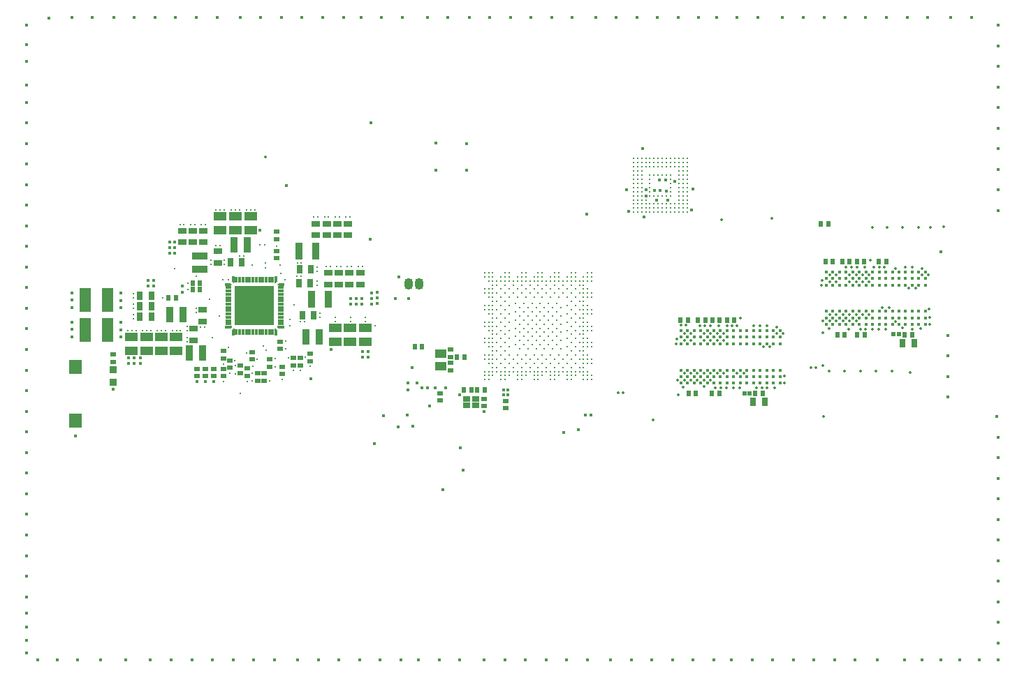
<source format=gts>
G04*
G04 #@! TF.GenerationSoftware,Altium Limited,Altium Designer,24.0.1 (36)*
G04*
G04 Layer_Color=10964583*
%FSLAX43Y43*%
%MOMM*%
G71*
G04*
G04 #@! TF.SameCoordinates,62AF21CF-6A65-4154-AE07-A74382C3AF13*
G04*
G04*
G04 #@! TF.FilePolarity,Negative*
G04*
G01*
G75*
%ADD14C,0.450*%
%ADD15R,0.610X0.660*%
%ADD16R,0.740X0.990*%
%ADD17R,0.500X0.600*%
%ADD18C,0.330*%
%ADD19R,1.600X1.700*%
%ADD20R,0.900X0.900*%
%ADD21R,0.900X0.900*%
%ADD22R,0.900X2.100*%
%ADD23R,0.900X1.900*%
%ADD24R,0.800X0.310*%
%ADD25R,0.310X0.800*%
%ADD26R,4.800X4.800*%
%ADD27R,0.650X0.310*%
%ADD28R,0.310X0.650*%
%ADD29R,1.350X1.100*%
%ADD30R,0.825X0.675*%
%ADD31R,1.450X2.900*%
%ADD32R,0.990X0.740*%
%ADD33R,0.800X0.610*%
%ADD34R,0.660X0.610*%
%ADD35R,1.500X1.000*%
%ADD36R,0.450X0.450*%
%ADD37R,1.900X0.900*%
%ADD38R,0.610X0.800*%
%ADD39O,1.100X1.400*%
%ADD40C,0.350*%
%ADD41C,0.300*%
G36*
X25690Y41354D02*
X25699Y41351D01*
X25708Y41347D01*
X25716Y41341D01*
X25722Y41333D01*
X25726Y41324D01*
X25729Y41315D01*
X25730Y41305D01*
Y41245D01*
X25730Y41245D01*
X25730Y41240D01*
X25729Y41235D01*
X25727Y41228D01*
X25726Y41226D01*
X25722Y41217D01*
X25716Y41209D01*
X25566Y41059D01*
X25566Y41059D01*
X25562Y41057D01*
X25558Y41053D01*
X25549Y41049D01*
X25540Y41046D01*
X25530Y41045D01*
X25520Y41046D01*
X25511Y41049D01*
X25502Y41053D01*
X25494Y41059D01*
X25488Y41067D01*
X25484Y41076D01*
X25481Y41085D01*
X25480Y41095D01*
X25480Y41095D01*
Y41305D01*
X25481Y41315D01*
X25484Y41324D01*
X25488Y41333D01*
X25494Y41341D01*
X25502Y41347D01*
X25511Y41351D01*
X25520Y41354D01*
X25530Y41355D01*
X25680D01*
X25690Y41354D01*
D02*
G37*
G36*
X25945Y41030D02*
X26005D01*
X26015Y41029D01*
X26024Y41026D01*
X26033Y41022D01*
X26041Y41016D01*
X26047Y41008D01*
X26051Y40999D01*
X26054Y40990D01*
X26055Y40980D01*
Y40830D01*
X26054Y40820D01*
X26051Y40811D01*
X26047Y40802D01*
X26041Y40794D01*
X26033Y40788D01*
X26024Y40784D01*
X26015Y40781D01*
X26005Y40780D01*
X25795D01*
X25795Y40780D01*
X25785Y40781D01*
X25776Y40784D01*
X25767Y40788D01*
X25759Y40794D01*
X25753Y40802D01*
X25749Y40811D01*
X25746Y40820D01*
X25745Y40830D01*
X25746Y40840D01*
X25749Y40849D01*
X25753Y40858D01*
X25757Y40862D01*
X25759Y40866D01*
X25759Y40866D01*
X25909Y41016D01*
X25917Y41022D01*
X25926Y41026D01*
X25928Y41027D01*
X25935Y41029D01*
X25940Y41030D01*
X25945Y41030D01*
X25945Y41030D01*
D02*
G37*
G36*
X25540Y46554D02*
X25549Y46551D01*
X25558Y46547D01*
X25562Y46543D01*
X25566Y46541D01*
X25566Y46541D01*
X25716Y46391D01*
X25722Y46383D01*
X25726Y46374D01*
X25727Y46372D01*
X25729Y46365D01*
X25730Y46360D01*
X25730Y46355D01*
X25730Y46355D01*
Y46295D01*
X25729Y46285D01*
X25726Y46276D01*
X25722Y46267D01*
X25716Y46259D01*
X25708Y46253D01*
X25699Y46249D01*
X25690Y46246D01*
X25680Y46245D01*
X25530D01*
X25520Y46246D01*
X25511Y46249D01*
X25502Y46253D01*
X25494Y46259D01*
X25488Y46267D01*
X25484Y46276D01*
X25481Y46285D01*
X25480Y46295D01*
Y46505D01*
X25480Y46505D01*
X25481Y46515D01*
X25484Y46524D01*
X25488Y46533D01*
X25494Y46541D01*
X25502Y46547D01*
X25511Y46551D01*
X25520Y46554D01*
X25530Y46555D01*
X25540Y46554D01*
D02*
G37*
G36*
X25795Y46820D02*
X26005D01*
X26015Y46819D01*
X26024Y46816D01*
X26033Y46812D01*
X26041Y46806D01*
X26047Y46798D01*
X26051Y46789D01*
X26054Y46780D01*
X26055Y46770D01*
Y46620D01*
X26054Y46610D01*
X26051Y46601D01*
X26047Y46592D01*
X26041Y46584D01*
X26033Y46578D01*
X26024Y46574D01*
X26015Y46571D01*
X26005Y46570D01*
X25945D01*
X25945Y46570D01*
X25940Y46570D01*
X25935Y46571D01*
X25928Y46573D01*
X25926Y46574D01*
X25917Y46578D01*
X25909Y46584D01*
X25759Y46734D01*
X25759Y46734D01*
X25757Y46738D01*
X25753Y46742D01*
X25749Y46751D01*
X25746Y46760D01*
X25745Y46770D01*
X25746Y46780D01*
X25749Y46789D01*
X25753Y46798D01*
X25759Y46806D01*
X25767Y46812D01*
X25776Y46816D01*
X25785Y46819D01*
X25795Y46820D01*
X25795Y46820D01*
D02*
G37*
G36*
X31060Y41030D02*
X31065Y41029D01*
X31072Y41027D01*
X31074Y41026D01*
X31083Y41022D01*
X31091Y41016D01*
X31241Y40866D01*
X31241Y40866D01*
X31243Y40862D01*
X31247Y40858D01*
X31251Y40849D01*
X31254Y40840D01*
X31255Y40830D01*
X31254Y40820D01*
X31251Y40811D01*
X31247Y40802D01*
X31241Y40794D01*
X31233Y40788D01*
X31224Y40784D01*
X31215Y40781D01*
X31205Y40780D01*
X31205Y40780D01*
X30995D01*
X30985Y40781D01*
X30976Y40784D01*
X30967Y40788D01*
X30959Y40794D01*
X30953Y40802D01*
X30949Y40811D01*
X30946Y40820D01*
X30945Y40830D01*
Y40980D01*
X30946Y40990D01*
X30949Y40999D01*
X30953Y41008D01*
X30959Y41016D01*
X30967Y41022D01*
X30976Y41026D01*
X30985Y41029D01*
X30995Y41030D01*
X31055D01*
X31055Y41030D01*
X31060Y41030D01*
D02*
G37*
G36*
X31480Y41354D02*
X31489Y41351D01*
X31498Y41347D01*
X31506Y41341D01*
X31512Y41333D01*
X31516Y41324D01*
X31519Y41315D01*
X31520Y41305D01*
Y41095D01*
X31520Y41095D01*
X31519Y41085D01*
X31516Y41076D01*
X31512Y41067D01*
X31506Y41059D01*
X31498Y41053D01*
X31489Y41049D01*
X31480Y41046D01*
X31470Y41045D01*
X31460Y41046D01*
X31451Y41049D01*
X31442Y41053D01*
X31438Y41057D01*
X31434Y41059D01*
X31434Y41059D01*
X31284Y41209D01*
X31278Y41217D01*
X31274Y41226D01*
X31273Y41228D01*
X31271Y41235D01*
X31270Y41240D01*
X31270Y41245D01*
X31270Y41245D01*
Y41305D01*
X31271Y41315D01*
X31274Y41324D01*
X31278Y41333D01*
X31284Y41341D01*
X31292Y41347D01*
X31301Y41351D01*
X31310Y41354D01*
X31320Y41355D01*
X31470D01*
X31480Y41354D01*
D02*
G37*
G36*
X31215Y46819D02*
X31224Y46816D01*
X31233Y46812D01*
X31241Y46806D01*
X31247Y46798D01*
X31251Y46789D01*
X31254Y46780D01*
X31255Y46770D01*
X31254Y46760D01*
X31251Y46751D01*
X31247Y46742D01*
X31243Y46738D01*
X31241Y46734D01*
X31241Y46734D01*
X31091Y46584D01*
X31083Y46578D01*
X31074Y46574D01*
X31072Y46573D01*
X31065Y46571D01*
X31060Y46570D01*
X31055Y46570D01*
X31055Y46570D01*
X30995D01*
X30985Y46571D01*
X30976Y46574D01*
X30967Y46578D01*
X30959Y46584D01*
X30953Y46592D01*
X30949Y46601D01*
X30946Y46610D01*
X30945Y46620D01*
Y46770D01*
X30946Y46780D01*
X30949Y46789D01*
X30953Y46798D01*
X30959Y46806D01*
X30967Y46812D01*
X30976Y46816D01*
X30985Y46819D01*
X30995Y46820D01*
X31205D01*
X31205Y46820D01*
X31215Y46819D01*
D02*
G37*
G36*
X31480Y46554D02*
X31489Y46551D01*
X31498Y46547D01*
X31506Y46541D01*
X31512Y46533D01*
X31516Y46524D01*
X31519Y46515D01*
X31520Y46505D01*
X31520Y46505D01*
Y46295D01*
X31519Y46285D01*
X31516Y46276D01*
X31512Y46267D01*
X31506Y46259D01*
X31498Y46253D01*
X31489Y46249D01*
X31480Y46246D01*
X31470Y46245D01*
X31320D01*
X31310Y46246D01*
X31301Y46249D01*
X31292Y46253D01*
X31284Y46259D01*
X31278Y46267D01*
X31274Y46276D01*
X31271Y46285D01*
X31270Y46295D01*
Y46355D01*
X31270Y46355D01*
X31270Y46360D01*
X31271Y46365D01*
X31273Y46372D01*
X31274Y46374D01*
X31278Y46383D01*
X31284Y46391D01*
X31434Y46541D01*
X31434Y46541D01*
X31438Y46543D01*
X31442Y46547D01*
X31451Y46551D01*
X31460Y46554D01*
X31470Y46555D01*
X31480Y46554D01*
D02*
G37*
D14*
X92174Y40797D02*
D03*
Y39997D02*
D03*
Y39197D02*
D03*
Y35997D02*
D03*
Y35197D02*
D03*
Y34397D02*
D03*
X91374Y40797D02*
D03*
Y39997D02*
D03*
Y39197D02*
D03*
Y35997D02*
D03*
Y35197D02*
D03*
Y34397D02*
D03*
X90574Y40797D02*
D03*
Y39997D02*
D03*
Y39197D02*
D03*
Y35997D02*
D03*
Y35197D02*
D03*
Y34397D02*
D03*
X89774Y40797D02*
D03*
Y39997D02*
D03*
Y39197D02*
D03*
Y35997D02*
D03*
Y35197D02*
D03*
Y34397D02*
D03*
X88974Y40797D02*
D03*
Y39997D02*
D03*
Y39197D02*
D03*
Y35997D02*
D03*
Y35197D02*
D03*
Y34397D02*
D03*
X88174Y40797D02*
D03*
Y39997D02*
D03*
Y39197D02*
D03*
Y35997D02*
D03*
Y35197D02*
D03*
Y34397D02*
D03*
X87374Y40797D02*
D03*
Y39997D02*
D03*
Y39197D02*
D03*
Y35997D02*
D03*
Y35197D02*
D03*
Y34397D02*
D03*
X86574Y40797D02*
D03*
Y39997D02*
D03*
Y39197D02*
D03*
Y35997D02*
D03*
Y35197D02*
D03*
Y34397D02*
D03*
X85774Y40797D02*
D03*
Y39997D02*
D03*
Y39197D02*
D03*
Y35997D02*
D03*
Y35197D02*
D03*
Y34397D02*
D03*
X84974Y40797D02*
D03*
Y39997D02*
D03*
Y39197D02*
D03*
Y35997D02*
D03*
Y35197D02*
D03*
Y34397D02*
D03*
X84174Y40797D02*
D03*
Y39997D02*
D03*
Y39197D02*
D03*
Y35997D02*
D03*
Y35197D02*
D03*
Y34397D02*
D03*
X83374Y40797D02*
D03*
Y39997D02*
D03*
Y39197D02*
D03*
Y35997D02*
D03*
Y35197D02*
D03*
Y34397D02*
D03*
X82574Y40797D02*
D03*
Y39997D02*
D03*
Y39197D02*
D03*
Y35997D02*
D03*
Y35197D02*
D03*
Y34397D02*
D03*
X81774Y40797D02*
D03*
Y39997D02*
D03*
Y39197D02*
D03*
Y35997D02*
D03*
Y35197D02*
D03*
Y34397D02*
D03*
X80974Y40797D02*
D03*
Y39997D02*
D03*
Y39197D02*
D03*
Y35997D02*
D03*
Y35197D02*
D03*
Y34397D02*
D03*
X80174Y40797D02*
D03*
Y39997D02*
D03*
Y39197D02*
D03*
Y35997D02*
D03*
Y35197D02*
D03*
Y34397D02*
D03*
X109805Y47920D02*
D03*
Y47120D02*
D03*
Y46320D02*
D03*
Y43120D02*
D03*
Y42320D02*
D03*
Y41520D02*
D03*
X109005Y47920D02*
D03*
Y47120D02*
D03*
Y46320D02*
D03*
Y43120D02*
D03*
Y42320D02*
D03*
Y41520D02*
D03*
X108205Y47920D02*
D03*
Y47120D02*
D03*
Y46320D02*
D03*
Y43120D02*
D03*
Y42320D02*
D03*
Y41520D02*
D03*
X107405Y47920D02*
D03*
Y47120D02*
D03*
Y46320D02*
D03*
Y43120D02*
D03*
Y42320D02*
D03*
Y41520D02*
D03*
X106605Y47920D02*
D03*
Y47120D02*
D03*
Y46320D02*
D03*
Y43120D02*
D03*
Y42320D02*
D03*
Y41520D02*
D03*
X105805Y47920D02*
D03*
Y47120D02*
D03*
Y46320D02*
D03*
Y43120D02*
D03*
Y42320D02*
D03*
Y41520D02*
D03*
X105005Y47920D02*
D03*
Y47120D02*
D03*
Y46320D02*
D03*
Y43120D02*
D03*
Y42320D02*
D03*
Y41520D02*
D03*
X104205Y47920D02*
D03*
Y47120D02*
D03*
Y46320D02*
D03*
Y43120D02*
D03*
Y42320D02*
D03*
Y41520D02*
D03*
X103405Y47920D02*
D03*
Y47120D02*
D03*
Y46320D02*
D03*
Y43120D02*
D03*
Y42320D02*
D03*
Y41520D02*
D03*
X102605Y47920D02*
D03*
Y47120D02*
D03*
Y46320D02*
D03*
Y43120D02*
D03*
Y42320D02*
D03*
Y41520D02*
D03*
X101805Y47920D02*
D03*
Y47120D02*
D03*
Y46320D02*
D03*
Y43120D02*
D03*
Y42320D02*
D03*
Y41520D02*
D03*
X101005Y47920D02*
D03*
Y47120D02*
D03*
Y46320D02*
D03*
Y43120D02*
D03*
Y42320D02*
D03*
Y41520D02*
D03*
X100205Y47920D02*
D03*
Y47120D02*
D03*
Y46320D02*
D03*
Y43120D02*
D03*
Y42320D02*
D03*
Y41520D02*
D03*
X99405Y47920D02*
D03*
Y47120D02*
D03*
Y46320D02*
D03*
Y43120D02*
D03*
Y42320D02*
D03*
Y41520D02*
D03*
X98605Y47920D02*
D03*
Y47120D02*
D03*
Y46320D02*
D03*
Y43120D02*
D03*
Y42320D02*
D03*
Y41520D02*
D03*
X97805Y47920D02*
D03*
Y47120D02*
D03*
Y46320D02*
D03*
Y43120D02*
D03*
Y42320D02*
D03*
Y41520D02*
D03*
X112495Y37710D02*
D03*
Y35210D02*
D03*
X118428Y30350D02*
D03*
X112495Y32710D02*
D03*
Y40210D02*
D03*
X111715Y50340D02*
D03*
X2175Y830D02*
D03*
X4600D02*
D03*
X7050D02*
D03*
X9875D02*
D03*
X12900D02*
D03*
X15825D02*
D03*
X825Y1625D02*
D03*
Y3225D02*
D03*
Y4775D02*
D03*
Y6500D02*
D03*
X3600Y78750D02*
D03*
X825Y77825D02*
D03*
Y75500D02*
D03*
Y70575D02*
D03*
X95000Y78775D02*
D03*
X92500D02*
D03*
X115411D02*
D03*
X112911D02*
D03*
X110086D02*
D03*
X97586D02*
D03*
X100086D02*
D03*
X102586D02*
D03*
X105086D02*
D03*
X107586D02*
D03*
X51925D02*
D03*
X49425D02*
D03*
X89486D02*
D03*
X86986D02*
D03*
X84486D02*
D03*
X79836D02*
D03*
X77336D02*
D03*
X74836D02*
D03*
X72336D02*
D03*
X69836D02*
D03*
X82336D02*
D03*
X67011D02*
D03*
X54511D02*
D03*
X57011D02*
D03*
X59511D02*
D03*
X62011D02*
D03*
X64511D02*
D03*
X21436D02*
D03*
X18936D02*
D03*
X16436D02*
D03*
X13936D02*
D03*
X11436D02*
D03*
X23936D02*
D03*
X39261D02*
D03*
X26761D02*
D03*
X29261D02*
D03*
X31761D02*
D03*
X34261D02*
D03*
X36761D02*
D03*
X41411D02*
D03*
X43911D02*
D03*
X46411D02*
D03*
X28386Y830D02*
D03*
X25886D02*
D03*
X23386D02*
D03*
X20886D02*
D03*
X18386D02*
D03*
X30886D02*
D03*
X46211D02*
D03*
X33711D02*
D03*
X36211D02*
D03*
X38711D02*
D03*
X41211D02*
D03*
X43711D02*
D03*
X48361D02*
D03*
X50861D02*
D03*
X53361D02*
D03*
X107300D02*
D03*
X104000Y805D02*
D03*
X101286D02*
D03*
X96311Y830D02*
D03*
X93811D02*
D03*
X91311D02*
D03*
X88811D02*
D03*
X86311D02*
D03*
X98811D02*
D03*
X81661D02*
D03*
X79161D02*
D03*
X76661D02*
D03*
X74161D02*
D03*
X71661D02*
D03*
X84161D02*
D03*
X118625Y2850D02*
D03*
Y5350D02*
D03*
Y7850D02*
D03*
Y10350D02*
D03*
Y12850D02*
D03*
X109425Y830D02*
D03*
X111725D02*
D03*
X113975D02*
D03*
X116325D02*
D03*
X118625D02*
D03*
Y15350D02*
D03*
Y17850D02*
D03*
Y20350D02*
D03*
Y22850D02*
D03*
Y25350D02*
D03*
Y27850D02*
D03*
Y62850D02*
D03*
Y65350D02*
D03*
Y67850D02*
D03*
Y70350D02*
D03*
Y72850D02*
D03*
Y55350D02*
D03*
Y57850D02*
D03*
Y60350D02*
D03*
Y77850D02*
D03*
Y75350D02*
D03*
X825Y23475D02*
D03*
Y25975D02*
D03*
Y28475D02*
D03*
Y30975D02*
D03*
Y33475D02*
D03*
Y8475D02*
D03*
Y10975D02*
D03*
Y13475D02*
D03*
Y15975D02*
D03*
Y18475D02*
D03*
Y20975D02*
D03*
Y35975D02*
D03*
Y73500D02*
D03*
Y66000D02*
D03*
Y68500D02*
D03*
X6350Y78775D02*
D03*
X8850D02*
D03*
X6800Y27975D02*
D03*
X23575Y34600D02*
D03*
X42656Y44024D02*
D03*
X37800Y38525D02*
D03*
X53329Y32955D02*
D03*
X47189Y44713D02*
D03*
X21490Y34600D02*
D03*
X22500D02*
D03*
X42575Y65995D02*
D03*
X50389Y33869D02*
D03*
X68777Y54958D02*
D03*
X49725Y31600D02*
D03*
X47672Y29202D02*
D03*
X48200Y34420D02*
D03*
X47112Y33546D02*
D03*
X46975Y30500D02*
D03*
X47125Y34425D02*
D03*
X47625Y36300D02*
D03*
X50450Y60275D02*
D03*
Y63575D02*
D03*
X45995Y47305D02*
D03*
X53800Y23875D02*
D03*
X53467Y26550D02*
D03*
X51350Y21475D02*
D03*
X54175Y63500D02*
D03*
X54195Y60275D02*
D03*
X42252Y38285D02*
D03*
X41577D02*
D03*
X14637Y36823D02*
D03*
X13912D02*
D03*
X14637Y37498D02*
D03*
X13912D02*
D03*
X13187D02*
D03*
Y36823D02*
D03*
X19700Y46198D02*
D03*
X16298Y46890D02*
D03*
X15623D02*
D03*
X16298Y46165D02*
D03*
X15623D02*
D03*
X18850Y51523D02*
D03*
Y50848D02*
D03*
Y50173D02*
D03*
X18175D02*
D03*
Y50848D02*
D03*
Y51523D02*
D03*
X19702Y45473D02*
D03*
X42535Y51865D02*
D03*
X29100Y52950D02*
D03*
X42656Y45374D02*
D03*
Y44699D02*
D03*
X43326Y44729D02*
D03*
Y45404D02*
D03*
X41473Y44713D02*
D03*
X40798D02*
D03*
X40123D02*
D03*
Y44038D02*
D03*
X40798D02*
D03*
X41473D02*
D03*
X43326Y44054D02*
D03*
X35350Y34945D02*
D03*
X42252Y37560D02*
D03*
X41577D02*
D03*
X32365Y58430D02*
D03*
X45533Y44683D02*
D03*
X12276Y44465D02*
D03*
X12251Y41802D02*
D03*
Y40902D02*
D03*
X12276Y45365D02*
D03*
X6348Y43576D02*
D03*
Y40914D02*
D03*
Y44476D02*
D03*
X12276Y43565D02*
D03*
X6348Y45376D02*
D03*
Y40014D02*
D03*
X11387Y33647D02*
D03*
X12251Y40002D02*
D03*
X6348Y41814D02*
D03*
X44087Y30462D02*
D03*
X43063Y27050D02*
D03*
X45909Y29117D02*
D03*
X75500Y62900D02*
D03*
X73575Y57875D02*
D03*
X73884Y55227D02*
D03*
X56293Y30993D02*
D03*
X825Y51000D02*
D03*
Y48500D02*
D03*
Y46000D02*
D03*
Y43500D02*
D03*
Y41000D02*
D03*
Y38500D02*
D03*
Y63500D02*
D03*
Y61000D02*
D03*
Y58500D02*
D03*
Y56000D02*
D03*
Y53500D02*
D03*
X68836Y830D02*
D03*
X56336D02*
D03*
X58836D02*
D03*
X61336D02*
D03*
X63836D02*
D03*
X66336D02*
D03*
X51631Y33875D02*
D03*
X49475Y33855D02*
D03*
X48806D02*
D03*
X77675Y57800D02*
D03*
X81600Y57950D02*
D03*
X69284Y30569D02*
D03*
X65956Y28400D02*
D03*
X67730Y28759D02*
D03*
X68584Y30569D02*
D03*
X81475Y55405D02*
D03*
X78550Y56630D02*
D03*
X77250D02*
D03*
X76975Y57805D02*
D03*
X75925Y57145D02*
D03*
Y57880D02*
D03*
X78350Y59055D02*
D03*
X77575Y59080D02*
D03*
X79450Y58930D02*
D03*
X78375Y57705D02*
D03*
X75675Y54605D02*
D03*
D15*
X98055Y53774D02*
D03*
X97155D02*
D03*
X100630Y49150D02*
D03*
X99730D02*
D03*
X105080D02*
D03*
X104180D02*
D03*
X101500D02*
D03*
X102400D02*
D03*
X107321Y40313D02*
D03*
X108221D02*
D03*
X101549Y40307D02*
D03*
X102449D02*
D03*
X83927Y33198D02*
D03*
X84827D02*
D03*
X81091Y33193D02*
D03*
X81991D02*
D03*
X80131Y42082D02*
D03*
X81031D02*
D03*
X98580Y49145D02*
D03*
X97680D02*
D03*
X99118Y40299D02*
D03*
X100018D02*
D03*
X90086Y33195D02*
D03*
X89186D02*
D03*
X83981Y42048D02*
D03*
X84881D02*
D03*
X83115Y42050D02*
D03*
X82215D02*
D03*
X86670Y42048D02*
D03*
X85770D02*
D03*
X20995Y46575D02*
D03*
X21895D02*
D03*
X20995Y45750D02*
D03*
X21895D02*
D03*
X18085Y44800D02*
D03*
X18985D02*
D03*
X54759Y33546D02*
D03*
X53859D02*
D03*
D16*
X108431Y39223D02*
D03*
X107031D02*
D03*
X88929Y32165D02*
D03*
X90329D02*
D03*
X25550Y49075D02*
D03*
X26950D02*
D03*
X35325Y48225D02*
D03*
X33925D02*
D03*
X35275Y46575D02*
D03*
X33875D02*
D03*
X14575Y43750D02*
D03*
X15975D02*
D03*
X35697Y42625D02*
D03*
X34297D02*
D03*
X14575Y45050D02*
D03*
X15975D02*
D03*
X14575Y42450D02*
D03*
X15975D02*
D03*
D17*
X106567Y40321D02*
D03*
X105967D02*
D03*
X87875Y33193D02*
D03*
X88475D02*
D03*
D18*
X74425Y55155D02*
D03*
Y55655D02*
D03*
Y56155D02*
D03*
Y56655D02*
D03*
Y57155D02*
D03*
Y57655D02*
D03*
Y58155D02*
D03*
Y58655D02*
D03*
Y59155D02*
D03*
Y59655D02*
D03*
Y60155D02*
D03*
Y60655D02*
D03*
Y61155D02*
D03*
Y61655D02*
D03*
X74925Y55155D02*
D03*
Y55655D02*
D03*
Y56155D02*
D03*
Y56655D02*
D03*
Y57155D02*
D03*
Y57655D02*
D03*
Y58155D02*
D03*
Y58655D02*
D03*
Y59155D02*
D03*
Y59655D02*
D03*
Y60155D02*
D03*
Y60655D02*
D03*
Y61155D02*
D03*
Y61655D02*
D03*
X75425Y55155D02*
D03*
Y55655D02*
D03*
Y56155D02*
D03*
Y56655D02*
D03*
Y57155D02*
D03*
Y57655D02*
D03*
Y58155D02*
D03*
Y58655D02*
D03*
Y59155D02*
D03*
Y59655D02*
D03*
Y60155D02*
D03*
Y60655D02*
D03*
Y61155D02*
D03*
Y61655D02*
D03*
X75925Y55155D02*
D03*
Y55655D02*
D03*
Y56155D02*
D03*
Y56655D02*
D03*
Y60655D02*
D03*
Y61155D02*
D03*
Y61655D02*
D03*
X76425Y55155D02*
D03*
Y55655D02*
D03*
Y56155D02*
D03*
Y57155D02*
D03*
Y57655D02*
D03*
Y58155D02*
D03*
Y58655D02*
D03*
Y59155D02*
D03*
Y59655D02*
D03*
Y60655D02*
D03*
Y61155D02*
D03*
Y61655D02*
D03*
X76925Y55155D02*
D03*
Y55655D02*
D03*
Y56155D02*
D03*
Y57155D02*
D03*
Y59655D02*
D03*
Y60655D02*
D03*
Y61155D02*
D03*
Y61655D02*
D03*
X77425Y55155D02*
D03*
Y55655D02*
D03*
Y56155D02*
D03*
Y57155D02*
D03*
Y59655D02*
D03*
Y60655D02*
D03*
Y61155D02*
D03*
Y61655D02*
D03*
X77925Y55155D02*
D03*
Y55655D02*
D03*
Y56155D02*
D03*
Y57155D02*
D03*
Y59655D02*
D03*
Y60655D02*
D03*
Y61155D02*
D03*
Y61655D02*
D03*
X78425Y55155D02*
D03*
Y55655D02*
D03*
Y56155D02*
D03*
Y57155D02*
D03*
Y59655D02*
D03*
Y60655D02*
D03*
Y61155D02*
D03*
Y61655D02*
D03*
X78925Y55155D02*
D03*
Y55655D02*
D03*
Y56155D02*
D03*
Y57155D02*
D03*
Y57655D02*
D03*
Y58155D02*
D03*
Y58655D02*
D03*
Y59155D02*
D03*
Y59655D02*
D03*
Y60655D02*
D03*
Y61155D02*
D03*
Y61655D02*
D03*
X79425Y55155D02*
D03*
Y55655D02*
D03*
Y56155D02*
D03*
Y60655D02*
D03*
Y61155D02*
D03*
Y61655D02*
D03*
X79925Y55155D02*
D03*
Y55655D02*
D03*
Y56155D02*
D03*
Y56655D02*
D03*
Y57155D02*
D03*
Y57655D02*
D03*
Y58155D02*
D03*
Y58655D02*
D03*
Y59155D02*
D03*
Y59655D02*
D03*
Y60155D02*
D03*
Y60655D02*
D03*
Y61155D02*
D03*
Y61655D02*
D03*
X80425Y55155D02*
D03*
Y55655D02*
D03*
Y56155D02*
D03*
Y56655D02*
D03*
Y57155D02*
D03*
Y57655D02*
D03*
Y58155D02*
D03*
Y58655D02*
D03*
Y59155D02*
D03*
Y59655D02*
D03*
Y60155D02*
D03*
Y60655D02*
D03*
Y61155D02*
D03*
Y61655D02*
D03*
X80925Y55155D02*
D03*
Y55655D02*
D03*
Y56155D02*
D03*
Y56655D02*
D03*
Y57155D02*
D03*
Y57655D02*
D03*
Y58155D02*
D03*
Y58655D02*
D03*
Y59155D02*
D03*
Y59655D02*
D03*
Y60155D02*
D03*
Y60655D02*
D03*
Y61155D02*
D03*
Y61655D02*
D03*
X66375Y34825D02*
D03*
X64875D02*
D03*
X60375Y34825D02*
D03*
X58875D02*
D03*
X58875Y38325D02*
D03*
X66375Y38825D02*
D03*
X59375D02*
D03*
X58875Y39325D02*
D03*
X66375Y39825D02*
D03*
X59375D02*
D03*
X58875Y40325D02*
D03*
X59375Y40825D02*
D03*
X66375Y41825D02*
D03*
Y40825D02*
D03*
X58875Y41325D02*
D03*
X59375Y41825D02*
D03*
X58875Y42325D02*
D03*
X66375Y42825D02*
D03*
X59375D02*
D03*
X58875Y43325D02*
D03*
X66375Y43825D02*
D03*
X59375D02*
D03*
X58875Y44325D02*
D03*
X65875Y45325D02*
D03*
X64875D02*
D03*
X63875D02*
D03*
X62875D02*
D03*
X61875D02*
D03*
X60875D02*
D03*
X59875D02*
D03*
X58875D02*
D03*
X69375Y34825D02*
D03*
X68875D02*
D03*
X68375D02*
D03*
X66875D02*
D03*
X64375D02*
D03*
X62875D02*
D03*
X62375D02*
D03*
X58375D02*
D03*
X56875D02*
D03*
X56375D02*
D03*
X69375Y35325D02*
D03*
Y36825D02*
D03*
Y37325D02*
D03*
Y42825D02*
D03*
Y43325D02*
D03*
Y45325D02*
D03*
Y46825D02*
D03*
Y47325D02*
D03*
Y47825D02*
D03*
Y44825D02*
D03*
Y41325D02*
D03*
Y40825D02*
D03*
Y39325D02*
D03*
Y38825D02*
D03*
X68875Y35325D02*
D03*
X68375D02*
D03*
X67375D02*
D03*
X66875D02*
D03*
X66375D02*
D03*
X65375D02*
D03*
X64875D02*
D03*
X64375D02*
D03*
X63375D02*
D03*
X62875D02*
D03*
X62375D02*
D03*
X61375D02*
D03*
X60875D02*
D03*
X60375D02*
D03*
X59375D02*
D03*
X58875D02*
D03*
X58375D02*
D03*
X57375D02*
D03*
X56875D02*
D03*
X56375D02*
D03*
X68875Y35825D02*
D03*
X68375D02*
D03*
X67875D02*
D03*
X67375D02*
D03*
X66875D02*
D03*
X66375D02*
D03*
X65875D02*
D03*
X65375D02*
D03*
X64875D02*
D03*
X63875D02*
D03*
X63375D02*
D03*
X62875D02*
D03*
X62375D02*
D03*
X61875D02*
D03*
X61375D02*
D03*
X60875D02*
D03*
X60375D02*
D03*
X59875D02*
D03*
X59375D02*
D03*
X58875D02*
D03*
X58375D02*
D03*
X57875D02*
D03*
X57375D02*
D03*
X56875D02*
D03*
X56375D02*
D03*
X68375Y36325D02*
D03*
X67875D02*
D03*
X66875D02*
D03*
X65875D02*
D03*
X64875D02*
D03*
X62875D02*
D03*
X61875D02*
D03*
X60875D02*
D03*
X59875D02*
D03*
X58875D02*
D03*
X57875D02*
D03*
X57375D02*
D03*
X68875Y36825D02*
D03*
X68375D02*
D03*
X67375D02*
D03*
X66375D02*
D03*
X64375D02*
D03*
X63375D02*
D03*
X62375D02*
D03*
X61375D02*
D03*
X60375D02*
D03*
X59375D02*
D03*
X58375D02*
D03*
X57375D02*
D03*
X56875D02*
D03*
X68875Y37325D02*
D03*
X68375D02*
D03*
X67875D02*
D03*
X66875D02*
D03*
X65875D02*
D03*
X64875D02*
D03*
X63875D02*
D03*
X62875D02*
D03*
X61875D02*
D03*
X60875D02*
D03*
X59875D02*
D03*
X58875D02*
D03*
X57875D02*
D03*
X57375D02*
D03*
X56875D02*
D03*
X56375D02*
D03*
X68375Y40325D02*
D03*
X67875D02*
D03*
X66875D02*
D03*
X57875D02*
D03*
X57375D02*
D03*
X68875Y42825D02*
D03*
X68375D02*
D03*
X67375D02*
D03*
X58375D02*
D03*
X57375D02*
D03*
X56875D02*
D03*
X68875Y43325D02*
D03*
X68375D02*
D03*
X67875D02*
D03*
X66875D02*
D03*
X57875D02*
D03*
X57375D02*
D03*
X56875D02*
D03*
X56375D02*
D03*
X68375Y44325D02*
D03*
X67875D02*
D03*
X66875D02*
D03*
X57875D02*
D03*
X57375D02*
D03*
X66875Y45325D02*
D03*
X66375Y45825D02*
D03*
X65375D02*
D03*
X64375D02*
D03*
X63375D02*
D03*
X62375D02*
D03*
X61375D02*
D03*
X60375D02*
D03*
X59375D02*
D03*
X68875Y45325D02*
D03*
X68375D02*
D03*
X67875D02*
D03*
X57875D02*
D03*
X57375D02*
D03*
X56875D02*
D03*
X56375D02*
D03*
X68875Y45825D02*
D03*
X68375D02*
D03*
X67375D02*
D03*
X58375D02*
D03*
X57375D02*
D03*
X56875D02*
D03*
X56375D02*
D03*
X68375Y46325D02*
D03*
X67875D02*
D03*
X66875D02*
D03*
X65875D02*
D03*
X64875D02*
D03*
X63875D02*
D03*
X62875D02*
D03*
X61875D02*
D03*
X60875D02*
D03*
X59875D02*
D03*
X58875D02*
D03*
X57875D02*
D03*
X57375D02*
D03*
X68875Y46825D02*
D03*
X68375D02*
D03*
X67875D02*
D03*
X67375D02*
D03*
X66875D02*
D03*
X66375D02*
D03*
X65875D02*
D03*
X65375D02*
D03*
X64875D02*
D03*
X64375D02*
D03*
X63875D02*
D03*
X63375D02*
D03*
X62375D02*
D03*
X61875D02*
D03*
X61375D02*
D03*
X60875D02*
D03*
X59875D02*
D03*
X59375D02*
D03*
X58875D02*
D03*
X58375D02*
D03*
X57875D02*
D03*
X57375D02*
D03*
X56875D02*
D03*
X56375Y47325D02*
D03*
X68875D02*
D03*
X68375D02*
D03*
X67375D02*
D03*
X66875D02*
D03*
X66375D02*
D03*
X65375D02*
D03*
X64875D02*
D03*
X63375D02*
D03*
X62875D02*
D03*
X62375D02*
D03*
X61375D02*
D03*
X60875D02*
D03*
X59375D02*
D03*
X58875D02*
D03*
X58375D02*
D03*
X57375D02*
D03*
X56875D02*
D03*
X56375Y47825D02*
D03*
X68875D02*
D03*
X67375D02*
D03*
X66875D02*
D03*
X64875D02*
D03*
X63375D02*
D03*
X62875D02*
D03*
X61375D02*
D03*
X60875D02*
D03*
X59375D02*
D03*
X58875D02*
D03*
X57375D02*
D03*
X56875D02*
D03*
Y44825D02*
D03*
X57375D02*
D03*
X58375D02*
D03*
X67375D02*
D03*
X68375D02*
D03*
X68875D02*
D03*
X56375Y43825D02*
D03*
X56875D02*
D03*
X57375D02*
D03*
X58375D02*
D03*
X67375D02*
D03*
X68375D02*
D03*
X68875D02*
D03*
X57375Y42325D02*
D03*
X57875D02*
D03*
X66875D02*
D03*
X67875D02*
D03*
X68375D02*
D03*
X56375Y41825D02*
D03*
X56875D02*
D03*
X57375D02*
D03*
X58375D02*
D03*
X67375D02*
D03*
X68375D02*
D03*
X68875D02*
D03*
X56375Y41325D02*
D03*
X56875D02*
D03*
X57375D02*
D03*
X57875D02*
D03*
X66875D02*
D03*
X67875D02*
D03*
X68375D02*
D03*
X68875D02*
D03*
X57375Y40825D02*
D03*
X58375D02*
D03*
X67375D02*
D03*
X68375D02*
D03*
X68875D02*
D03*
X56375Y39825D02*
D03*
X56875D02*
D03*
X57375D02*
D03*
X58375D02*
D03*
X67375D02*
D03*
X68375D02*
D03*
X68875D02*
D03*
X56875Y39325D02*
D03*
X57375D02*
D03*
X57875D02*
D03*
X66875D02*
D03*
X67875D02*
D03*
X68375D02*
D03*
X68875D02*
D03*
X56875Y38825D02*
D03*
X57375D02*
D03*
X58375D02*
D03*
X67375D02*
D03*
X68375D02*
D03*
X68875D02*
D03*
X57375Y38325D02*
D03*
X57875D02*
D03*
X66875D02*
D03*
X67875D02*
D03*
X68375D02*
D03*
X56375Y37825D02*
D03*
X56875D02*
D03*
X57375D02*
D03*
X58375D02*
D03*
X67375D02*
D03*
X68375D02*
D03*
X68875D02*
D03*
X66375Y44825D02*
D03*
X65375D02*
D03*
X64375D02*
D03*
X63375D02*
D03*
X62375D02*
D03*
X61375D02*
D03*
X60375D02*
D03*
X59375D02*
D03*
Y37825D02*
D03*
X60375D02*
D03*
X61375D02*
D03*
X62375D02*
D03*
X63375D02*
D03*
X64375D02*
D03*
X65375D02*
D03*
X66375D02*
D03*
X61625Y40575D02*
D03*
X60125Y40075D02*
D03*
X61125D02*
D03*
X62125D02*
D03*
X60625Y39575D02*
D03*
X61625D02*
D03*
X60125Y39075D02*
D03*
X61125D02*
D03*
X62125D02*
D03*
X60625Y38575D02*
D03*
X61625D02*
D03*
X65625D02*
D03*
X64625D02*
D03*
X63625D02*
D03*
X65125Y39075D02*
D03*
X64125D02*
D03*
X65625Y39575D02*
D03*
X64625D02*
D03*
X63625D02*
D03*
X65125Y40075D02*
D03*
X64125D02*
D03*
X65625Y40575D02*
D03*
X64625D02*
D03*
X63625D02*
D03*
X60125Y44075D02*
D03*
X60625Y43575D02*
D03*
X61125Y44075D02*
D03*
X62125D02*
D03*
X61625Y43575D02*
D03*
X60125Y43075D02*
D03*
X61125D02*
D03*
X62125D02*
D03*
X60625Y42575D02*
D03*
X61625D02*
D03*
X60125Y42075D02*
D03*
X61125D02*
D03*
X62125D02*
D03*
X65125D02*
D03*
X64125D02*
D03*
X65625Y42575D02*
D03*
X64625D02*
D03*
X63625D02*
D03*
X65125Y43075D02*
D03*
X64125D02*
D03*
X65625Y43575D02*
D03*
X64625D02*
D03*
X63625D02*
D03*
X65125Y44075D02*
D03*
X64125D02*
D03*
X62625Y43575D02*
D03*
Y42575D02*
D03*
X63125Y44075D02*
D03*
Y43075D02*
D03*
Y42075D02*
D03*
X62625Y38575D02*
D03*
Y39575D02*
D03*
Y40575D02*
D03*
X63125Y39075D02*
D03*
Y40075D02*
D03*
X65125Y41075D02*
D03*
X65625Y41575D02*
D03*
X64625D02*
D03*
X63625D02*
D03*
X60625D02*
D03*
X61625D02*
D03*
X60125Y41075D02*
D03*
X61125D02*
D03*
X62125D02*
D03*
X64125D02*
D03*
X62625Y41575D02*
D03*
X63125Y41075D02*
D03*
X60625Y40575D02*
D03*
X60375Y47325D02*
D03*
Y46825D02*
D03*
X60875Y34825D02*
D03*
X64375Y35825D02*
D03*
X63875Y36325D02*
D03*
X65375Y36825D02*
D03*
X56375Y39325D02*
D03*
X64375Y47325D02*
D03*
X56875Y40825D02*
D03*
X65375Y47825D02*
D03*
X62875Y46825D02*
D03*
D19*
X6795Y36354D02*
D03*
Y29854D02*
D03*
D20*
X11386Y36022D02*
D03*
D21*
Y34522D02*
D03*
D22*
X35425Y44600D02*
D03*
X37425D02*
D03*
X33915Y50450D02*
D03*
X35915D02*
D03*
D23*
X20600Y38050D02*
D03*
X22200D02*
D03*
X27595Y51175D02*
D03*
X25995D02*
D03*
X19825Y42700D02*
D03*
X18225D02*
D03*
X34700Y40000D02*
D03*
X36300D02*
D03*
D24*
X25330Y42400D02*
D03*
X31670Y45200D02*
D03*
Y44800D02*
D03*
Y44000D02*
D03*
Y43600D02*
D03*
Y43200D02*
D03*
Y42400D02*
D03*
Y42000D02*
D03*
X25330Y45200D02*
D03*
Y44800D02*
D03*
Y44000D02*
D03*
Y43600D02*
D03*
Y42800D02*
D03*
X31670Y46000D02*
D03*
X25330D02*
D03*
X31670Y41600D02*
D03*
X25330Y42000D02*
D03*
Y41600D02*
D03*
Y44400D02*
D03*
X31670Y42800D02*
D03*
X25330Y43200D02*
D03*
X31670Y44400D02*
D03*
Y45600D02*
D03*
X25330D02*
D03*
D25*
X26700Y40630D02*
D03*
X30700D02*
D03*
X29100D02*
D03*
X29500D02*
D03*
X29900D02*
D03*
X28300D02*
D03*
X27900D02*
D03*
X27500D02*
D03*
X27100D02*
D03*
X26300D02*
D03*
X29900Y46970D02*
D03*
X29500D02*
D03*
X29100D02*
D03*
X28700D02*
D03*
X28300D02*
D03*
X27500D02*
D03*
X27100D02*
D03*
X26300D02*
D03*
X30300D02*
D03*
X30700D02*
D03*
X27900D02*
D03*
X26700D02*
D03*
X30300Y40630D02*
D03*
X28700D02*
D03*
D26*
X28500Y43800D02*
D03*
D27*
X31745Y41200D02*
D03*
Y46400D02*
D03*
X25255D02*
D03*
Y41200D02*
D03*
D28*
X31100Y47045D02*
D03*
X25900D02*
D03*
X31100Y40555D02*
D03*
X25900D02*
D03*
D29*
X51059Y36475D02*
D03*
Y37975D02*
D03*
D30*
X55284Y31760D02*
D03*
X54234D02*
D03*
Y32510D02*
D03*
X55284D02*
D03*
D31*
X10686Y40906D02*
D03*
X7936D02*
D03*
X10686Y44468D02*
D03*
X7936D02*
D03*
D32*
X22300Y52925D02*
D03*
Y51525D02*
D03*
X39775Y53775D02*
D03*
Y52375D02*
D03*
X38500Y53775D02*
D03*
Y52375D02*
D03*
X37225Y53775D02*
D03*
Y52375D02*
D03*
X24025Y50425D02*
D03*
Y49025D02*
D03*
X40000Y47800D02*
D03*
Y46400D02*
D03*
X41300Y47800D02*
D03*
Y46400D02*
D03*
X38700Y47800D02*
D03*
Y46400D02*
D03*
X37400Y47800D02*
D03*
Y46400D02*
D03*
X21100Y41025D02*
D03*
Y39625D02*
D03*
X35950Y53775D02*
D03*
Y52375D02*
D03*
X22175Y41900D02*
D03*
Y43300D02*
D03*
X21000Y52925D02*
D03*
Y51525D02*
D03*
X19700Y52925D02*
D03*
Y51525D02*
D03*
D33*
X31850Y36400D02*
D03*
Y35500D02*
D03*
X31150Y50448D02*
D03*
Y49548D02*
D03*
X21480Y35245D02*
D03*
Y36145D02*
D03*
X22530Y35245D02*
D03*
Y36145D02*
D03*
X23580Y35245D02*
D03*
Y36145D02*
D03*
X31163Y52798D02*
D03*
Y51898D02*
D03*
X11386Y37015D02*
D03*
Y37915D02*
D03*
X58956Y32258D02*
D03*
Y31358D02*
D03*
D34*
X31625Y38570D02*
D03*
Y39470D02*
D03*
X52285Y38475D02*
D03*
Y37575D02*
D03*
X56293Y31610D02*
D03*
Y32510D02*
D03*
X28850Y35580D02*
D03*
Y34680D02*
D03*
X34025Y36590D02*
D03*
Y37490D02*
D03*
X33200Y36590D02*
D03*
Y37490D02*
D03*
X35250Y37965D02*
D03*
Y37065D02*
D03*
X29675Y35580D02*
D03*
Y34680D02*
D03*
X30350Y36420D02*
D03*
Y37320D02*
D03*
X28175Y37270D02*
D03*
Y38170D02*
D03*
X27600Y36200D02*
D03*
Y35300D02*
D03*
X26775Y36510D02*
D03*
Y35610D02*
D03*
X25500Y37175D02*
D03*
Y36275D02*
D03*
X24725Y38320D02*
D03*
Y37420D02*
D03*
X24727Y35245D02*
D03*
Y36145D02*
D03*
X52285Y35950D02*
D03*
Y36850D02*
D03*
X51000Y32300D02*
D03*
Y33200D02*
D03*
D35*
X40100Y39400D02*
D03*
Y41100D02*
D03*
X41900Y39400D02*
D03*
Y41100D02*
D03*
X38300Y39400D02*
D03*
Y41100D02*
D03*
X24300Y52950D02*
D03*
Y54650D02*
D03*
X28000Y52950D02*
D03*
Y54650D02*
D03*
X26150Y52950D02*
D03*
Y54650D02*
D03*
X19000Y38323D02*
D03*
Y40023D02*
D03*
X17200Y38323D02*
D03*
Y40023D02*
D03*
X13600Y38323D02*
D03*
Y40023D02*
D03*
X15400Y38323D02*
D03*
Y40023D02*
D03*
D36*
X58683Y33002D02*
D03*
X59233D02*
D03*
X58683Y33572D02*
D03*
X59233D02*
D03*
D37*
X21850Y48275D02*
D03*
Y49875D02*
D03*
D38*
X48805Y38872D02*
D03*
X47905D02*
D03*
X53935Y37575D02*
D03*
X53035D02*
D03*
X56409Y33546D02*
D03*
X55509D02*
D03*
D39*
X47175Y46475D02*
D03*
X48425D02*
D03*
D40*
X103143Y49370D02*
D03*
X100500Y40990D02*
D03*
X84766Y41379D02*
D03*
X83780Y41398D02*
D03*
X110276Y43405D02*
D03*
X76844Y29925D02*
D03*
X97475Y30350D02*
D03*
X91234Y54385D02*
D03*
X85100Y54256D02*
D03*
X29780Y61900D02*
D03*
X82978Y35604D02*
D03*
X82178D02*
D03*
X83778D02*
D03*
X87778D02*
D03*
X80578D02*
D03*
X81378D02*
D03*
X86978D02*
D03*
X84578D02*
D03*
X85378D02*
D03*
X83088Y41406D02*
D03*
X82978Y39604D02*
D03*
X82440Y41403D02*
D03*
X83778Y40404D02*
D03*
Y39604D02*
D03*
X82978Y40404D02*
D03*
X90578Y41354D02*
D03*
X91778Y40404D02*
D03*
X90978Y38804D02*
D03*
X91778Y41204D02*
D03*
X89778Y41354D02*
D03*
X90178Y38804D02*
D03*
X79653Y39779D02*
D03*
X80778Y41429D02*
D03*
X81378Y40404D02*
D03*
X80578D02*
D03*
X80178Y41429D02*
D03*
X81378Y39604D02*
D03*
X80578D02*
D03*
X79628Y39179D02*
D03*
X88978Y41354D02*
D03*
X85375Y39615D02*
D03*
X86978Y41354D02*
D03*
X87354Y42317D02*
D03*
X86378Y41354D02*
D03*
X84578Y39604D02*
D03*
X85378Y40404D02*
D03*
X85778Y41379D02*
D03*
X84578Y40404D02*
D03*
X102203Y42729D02*
D03*
X103003D02*
D03*
X101403Y41929D02*
D03*
Y42729D02*
D03*
X101978Y40929D02*
D03*
X103378Y40979D02*
D03*
X102578Y40929D02*
D03*
X91553Y33879D02*
D03*
X87328Y33854D02*
D03*
X83778Y34804D02*
D03*
X90578Y33854D02*
D03*
X89978D02*
D03*
X89378D02*
D03*
X82978Y34004D02*
D03*
X84378Y33854D02*
D03*
X85728D02*
D03*
X84978D02*
D03*
X86528D02*
D03*
X92728Y34454D02*
D03*
Y35254D02*
D03*
X82978Y34804D02*
D03*
X82178D02*
D03*
X107028Y41154D02*
D03*
X104603Y43579D02*
D03*
X108203Y40979D02*
D03*
X104978D02*
D03*
X109195Y41004D02*
D03*
X110353Y41554D02*
D03*
X105403Y43579D02*
D03*
X106228Y41904D02*
D03*
X104178Y40979D02*
D03*
X110353Y42354D02*
D03*
X101928Y35854D02*
D03*
X103828D02*
D03*
X107928Y35704D02*
D03*
X95928Y36329D02*
D03*
X105728Y35854D02*
D03*
X100028D02*
D03*
X98128D02*
D03*
X97422Y36585D02*
D03*
X96528Y36304D02*
D03*
X98203Y42729D02*
D03*
Y41929D02*
D03*
X99803D02*
D03*
X99003D02*
D03*
X92578Y40404D02*
D03*
X99803Y42729D02*
D03*
X100603D02*
D03*
X99003D02*
D03*
X100603Y41929D02*
D03*
X98152Y41071D02*
D03*
X97420Y40520D02*
D03*
X97403Y41929D02*
D03*
X81378Y34804D02*
D03*
X79778D02*
D03*
X73189Y33206D02*
D03*
X80578Y34804D02*
D03*
X80458Y33939D02*
D03*
X79841Y33017D02*
D03*
X72589Y33206D02*
D03*
X108603Y45929D02*
D03*
X107803D02*
D03*
X97253Y46304D02*
D03*
X97278Y46904D02*
D03*
X109403Y47529D02*
D03*
X110428Y53354D02*
D03*
X107053Y53329D02*
D03*
X109403Y48329D02*
D03*
X107413Y48470D02*
D03*
X110203Y47529D02*
D03*
X106203Y48329D02*
D03*
X108213Y48479D02*
D03*
X108953Y53329D02*
D03*
X103003Y46729D02*
D03*
Y47529D02*
D03*
X102203Y46729D02*
D03*
Y47529D02*
D03*
X101403D02*
D03*
X98203D02*
D03*
X100603Y46729D02*
D03*
X101403D02*
D03*
X99003D02*
D03*
X98203D02*
D03*
X100603Y47529D02*
D03*
X99003D02*
D03*
X112053Y53379D02*
D03*
X103603Y48479D02*
D03*
X104803D02*
D03*
X104203D02*
D03*
X101492Y48517D02*
D03*
X105153Y53329D02*
D03*
X103360Y53352D02*
D03*
X100860Y48517D02*
D03*
X100158D02*
D03*
X102483Y48523D02*
D03*
D41*
X28240Y35580D02*
D03*
X15926Y40798D02*
D03*
X15425D02*
D03*
X17726D02*
D03*
X17225D02*
D03*
X16724D02*
D03*
X14924D02*
D03*
X29568Y38952D02*
D03*
X20325Y40750D02*
D03*
X19526Y40798D02*
D03*
X19025D02*
D03*
X18524D02*
D03*
X20325Y39400D02*
D03*
Y39900D02*
D03*
X24725Y36760D02*
D03*
X26110Y37175D02*
D03*
X23410Y39977D02*
D03*
X25335Y38737D02*
D03*
X28300Y36460D02*
D03*
X29870Y38377D02*
D03*
X27565Y38110D02*
D03*
X34025Y35990D02*
D03*
X33200Y35930D02*
D03*
X32235Y38570D02*
D03*
X30985Y36420D02*
D03*
X28785Y37270D02*
D03*
X41904Y41900D02*
D03*
X36420Y42875D02*
D03*
X41904Y42401D02*
D03*
X43100Y41400D02*
D03*
X38304Y41900D02*
D03*
X26850Y42150D02*
D03*
X34125Y47350D02*
D03*
X33625D02*
D03*
X32170Y46930D02*
D03*
X33675Y49000D02*
D03*
X34175D02*
D03*
X38450Y48575D02*
D03*
X38950D02*
D03*
X37150D02*
D03*
X37650D02*
D03*
X36050Y46825D02*
D03*
X36075Y47975D02*
D03*
Y48475D02*
D03*
X36050Y46325D02*
D03*
X13850Y45300D02*
D03*
Y44800D02*
D03*
Y44000D02*
D03*
X20385Y45750D02*
D03*
Y46575D02*
D03*
X21400Y43525D02*
D03*
X17395Y44790D02*
D03*
X13850Y43500D02*
D03*
X19951Y53623D02*
D03*
X19450D02*
D03*
X18850Y48290D02*
D03*
X27524Y55425D02*
D03*
X28025D02*
D03*
X28526D02*
D03*
X25674D02*
D03*
X26175D02*
D03*
X26676D02*
D03*
X24826D02*
D03*
X24325D02*
D03*
X21251Y53623D02*
D03*
X20750D02*
D03*
X22551D02*
D03*
X22050D02*
D03*
X24276Y51123D02*
D03*
X23775D02*
D03*
X23824Y55425D02*
D03*
X24675Y46975D02*
D03*
X25325D02*
D03*
X30150Y45450D02*
D03*
Y43800D02*
D03*
X28500D02*
D03*
X23008Y44625D02*
D03*
X21450Y47348D02*
D03*
X26850Y43800D02*
D03*
Y45450D02*
D03*
X39525Y54575D02*
D03*
X40025D02*
D03*
X41050Y48575D02*
D03*
X41550D02*
D03*
X39750D02*
D03*
X40250D02*
D03*
X23250Y48800D02*
D03*
Y49300D02*
D03*
X31670Y47700D02*
D03*
X29800Y48400D02*
D03*
X28225Y48775D02*
D03*
X31575Y48773D02*
D03*
X24850Y49323D02*
D03*
X26675Y49850D02*
D03*
X27175D02*
D03*
X24850Y48823D02*
D03*
X29100Y51225D02*
D03*
X29763D02*
D03*
X29784Y49027D02*
D03*
X31150Y51033D02*
D03*
X38250Y54575D02*
D03*
X38750D02*
D03*
X36975D02*
D03*
X37475D02*
D03*
X35700D02*
D03*
X36200D02*
D03*
X33280Y43875D02*
D03*
X30960Y37380D02*
D03*
X32235Y39530D02*
D03*
X26165Y36510D02*
D03*
X31850Y34840D02*
D03*
X28240Y34680D02*
D03*
X30285D02*
D03*
X26165Y35550D02*
D03*
X27600Y34640D02*
D03*
X25500Y35610D02*
D03*
X24722Y34610D02*
D03*
X28500Y42150D02*
D03*
X13850Y42200D02*
D03*
X21924Y41202D02*
D03*
X22425D02*
D03*
X21400Y43025D02*
D03*
X13850Y42700D02*
D03*
X20325Y41250D02*
D03*
X14126Y40798D02*
D03*
X13625D02*
D03*
X30150Y42150D02*
D03*
X24188Y42562D02*
D03*
X36420Y42375D02*
D03*
X40104Y42401D02*
D03*
Y41900D02*
D03*
X38304Y42401D02*
D03*
X34635Y37550D02*
D03*
X32590Y37490D02*
D03*
X34575Y41850D02*
D03*
X34075D02*
D03*
X32815Y41397D02*
D03*
X32772Y42100D02*
D03*
X35245Y36460D02*
D03*
X13124Y40798D02*
D03*
X26800Y33125D02*
D03*
X29325Y44625D02*
D03*
X27675D02*
D03*
X28500Y45450D02*
D03*
X29325Y42975D02*
D03*
X27675D02*
D03*
M02*

</source>
